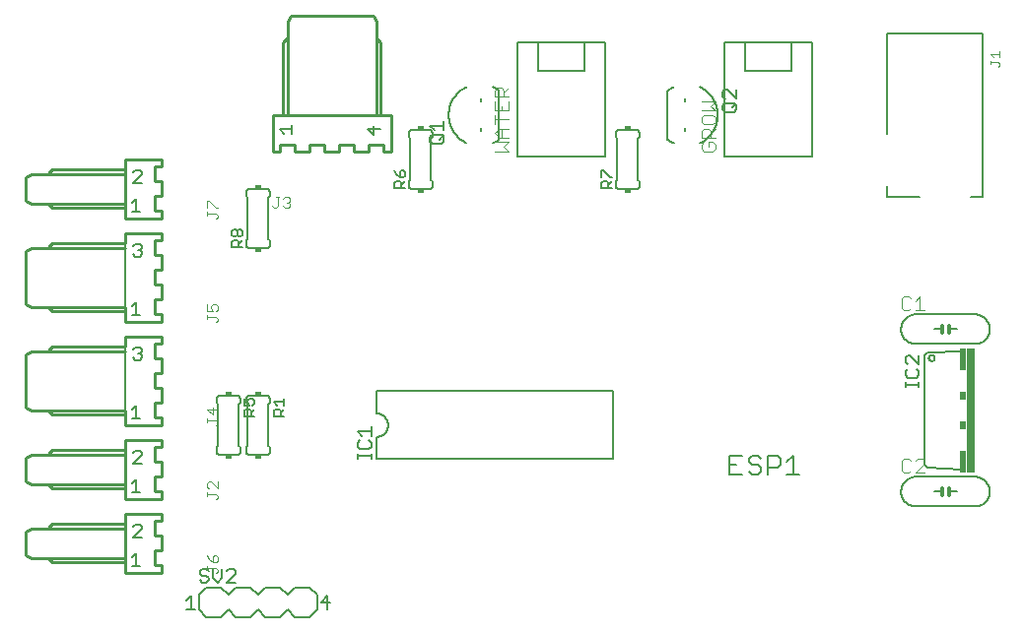
<source format=gbr>
G04 EAGLE Gerber RS-274X export*
G75*
%MOMM*%
%FSLAX34Y34*%
%LPD*%
%INSilkscreen Top*%
%IPPOS*%
%AMOC8*
5,1,8,0,0,1.08239X$1,22.5*%
G01*
%ADD10C,0.152400*%
%ADD11C,0.127000*%
%ADD12C,0.101600*%
%ADD13R,0.508000X0.381000*%
%ADD14R,0.762000X10.668000*%
%ADD15R,0.508000X1.905000*%
%ADD16R,0.508000X0.762000*%
%ADD17C,0.304800*%
%ADD18C,0.254000*%
%ADD19C,0.177800*%
%ADD20C,0.203200*%


D10*
X-231678Y-356348D02*
X-242524Y-356348D01*
X-242524Y-372618D01*
X-231678Y-372618D01*
X-237101Y-364483D02*
X-242524Y-364483D01*
X-218018Y-356348D02*
X-215306Y-359060D01*
X-218018Y-356348D02*
X-223441Y-356348D01*
X-226153Y-359060D01*
X-226153Y-361771D01*
X-223441Y-364483D01*
X-218018Y-364483D01*
X-215306Y-367195D01*
X-215306Y-369906D01*
X-218018Y-372618D01*
X-223441Y-372618D01*
X-226153Y-369906D01*
X-209781Y-372618D02*
X-209781Y-356348D01*
X-201646Y-356348D01*
X-198935Y-359060D01*
X-198935Y-364483D01*
X-201646Y-367195D01*
X-209781Y-367195D01*
X-193410Y-361771D02*
X-187986Y-356348D01*
X-187986Y-372618D01*
X-182563Y-372618D02*
X-193410Y-372618D01*
X-342900Y-300990D02*
X-546100Y-300990D01*
X-546100Y-359410D02*
X-342900Y-359410D01*
X-342900Y-300990D01*
X-546100Y-300990D02*
X-546100Y-320040D01*
X-546100Y-340360D02*
X-546100Y-359410D01*
X-546100Y-340360D02*
X-545853Y-340357D01*
X-545605Y-340348D01*
X-545358Y-340333D01*
X-545112Y-340312D01*
X-544866Y-340285D01*
X-544621Y-340252D01*
X-544376Y-340213D01*
X-544133Y-340168D01*
X-543891Y-340117D01*
X-543650Y-340060D01*
X-543411Y-339998D01*
X-543173Y-339929D01*
X-542937Y-339855D01*
X-542703Y-339775D01*
X-542471Y-339690D01*
X-542241Y-339598D01*
X-542013Y-339502D01*
X-541788Y-339399D01*
X-541565Y-339292D01*
X-541345Y-339178D01*
X-541128Y-339060D01*
X-540913Y-338936D01*
X-540702Y-338807D01*
X-540494Y-338673D01*
X-540289Y-338534D01*
X-540088Y-338390D01*
X-539890Y-338242D01*
X-539696Y-338088D01*
X-539506Y-337930D01*
X-539320Y-337767D01*
X-539138Y-337600D01*
X-538960Y-337428D01*
X-538786Y-337252D01*
X-538616Y-337072D01*
X-538451Y-336887D01*
X-538291Y-336699D01*
X-538135Y-336507D01*
X-537983Y-336311D01*
X-537837Y-336112D01*
X-537695Y-335909D01*
X-537559Y-335702D01*
X-537427Y-335493D01*
X-537301Y-335280D01*
X-537180Y-335064D01*
X-537064Y-334846D01*
X-536954Y-334624D01*
X-536849Y-334400D01*
X-536749Y-334174D01*
X-536655Y-333945D01*
X-536567Y-333714D01*
X-536484Y-333480D01*
X-536407Y-333245D01*
X-536336Y-333008D01*
X-536270Y-332770D01*
X-536211Y-332530D01*
X-536157Y-332288D01*
X-536109Y-332045D01*
X-536067Y-331802D01*
X-536031Y-331557D01*
X-536001Y-331311D01*
X-535977Y-331065D01*
X-535959Y-330818D01*
X-535947Y-330571D01*
X-535941Y-330324D01*
X-535941Y-330076D01*
X-535947Y-329829D01*
X-535959Y-329582D01*
X-535977Y-329335D01*
X-536001Y-329089D01*
X-536031Y-328843D01*
X-536067Y-328598D01*
X-536109Y-328355D01*
X-536157Y-328112D01*
X-536211Y-327870D01*
X-536270Y-327630D01*
X-536336Y-327392D01*
X-536407Y-327155D01*
X-536484Y-326920D01*
X-536567Y-326686D01*
X-536655Y-326455D01*
X-536749Y-326226D01*
X-536849Y-326000D01*
X-536954Y-325776D01*
X-537064Y-325554D01*
X-537180Y-325336D01*
X-537301Y-325120D01*
X-537427Y-324907D01*
X-537559Y-324698D01*
X-537695Y-324491D01*
X-537837Y-324288D01*
X-537983Y-324089D01*
X-538135Y-323893D01*
X-538291Y-323701D01*
X-538451Y-323513D01*
X-538616Y-323328D01*
X-538786Y-323148D01*
X-538960Y-322972D01*
X-539138Y-322800D01*
X-539320Y-322633D01*
X-539506Y-322470D01*
X-539696Y-322312D01*
X-539890Y-322158D01*
X-540088Y-322010D01*
X-540289Y-321866D01*
X-540494Y-321727D01*
X-540702Y-321593D01*
X-540913Y-321464D01*
X-541128Y-321340D01*
X-541345Y-321222D01*
X-541565Y-321108D01*
X-541788Y-321001D01*
X-542013Y-320898D01*
X-542241Y-320802D01*
X-542471Y-320710D01*
X-542703Y-320625D01*
X-542937Y-320545D01*
X-543173Y-320471D01*
X-543411Y-320402D01*
X-543650Y-320340D01*
X-543891Y-320283D01*
X-544133Y-320232D01*
X-544376Y-320187D01*
X-544621Y-320148D01*
X-544866Y-320115D01*
X-545112Y-320088D01*
X-545358Y-320067D01*
X-545605Y-320052D01*
X-545853Y-320043D01*
X-546100Y-320040D01*
D11*
X-550545Y-354962D02*
X-550545Y-358775D01*
X-550545Y-356868D02*
X-561985Y-356868D01*
X-561985Y-354962D02*
X-561985Y-358775D01*
X-561985Y-345259D02*
X-560078Y-343353D01*
X-561985Y-345259D02*
X-561985Y-349072D01*
X-560078Y-350979D01*
X-552452Y-350979D01*
X-550545Y-349072D01*
X-550545Y-345259D01*
X-552452Y-343353D01*
X-558172Y-339285D02*
X-561985Y-335472D01*
X-550545Y-335472D01*
X-550545Y-339285D02*
X-550545Y-331659D01*
X-25400Y-133350D02*
X-25400Y6350D01*
X-106680Y6350D01*
X-107150Y6400D02*
X-107150Y-79600D01*
X-107150Y6400D02*
X-106150Y6400D01*
X-107150Y-124600D02*
X-107150Y-133600D01*
X-79150Y-133600D01*
X-35150Y-133600D02*
X-25400Y-133600D01*
D12*
X-11981Y-22214D02*
X-10668Y-20900D01*
X-10668Y-19587D01*
X-11981Y-18273D01*
X-18549Y-18273D01*
X-18549Y-16960D02*
X-18549Y-19587D01*
X-15922Y-14028D02*
X-18549Y-11401D01*
X-10668Y-11401D01*
X-10668Y-14028D02*
X-10668Y-8774D01*
D10*
X-637540Y-307340D02*
X-637542Y-307240D01*
X-637548Y-307141D01*
X-637558Y-307041D01*
X-637571Y-306943D01*
X-637589Y-306844D01*
X-637610Y-306747D01*
X-637635Y-306651D01*
X-637664Y-306555D01*
X-637697Y-306461D01*
X-637733Y-306368D01*
X-637773Y-306277D01*
X-637817Y-306187D01*
X-637864Y-306099D01*
X-637914Y-306013D01*
X-637968Y-305929D01*
X-638025Y-305847D01*
X-638085Y-305768D01*
X-638149Y-305690D01*
X-638215Y-305616D01*
X-638284Y-305544D01*
X-638356Y-305475D01*
X-638430Y-305409D01*
X-638508Y-305345D01*
X-638587Y-305285D01*
X-638669Y-305228D01*
X-638753Y-305174D01*
X-638839Y-305124D01*
X-638927Y-305077D01*
X-639017Y-305033D01*
X-639108Y-304993D01*
X-639201Y-304957D01*
X-639295Y-304924D01*
X-639391Y-304895D01*
X-639487Y-304870D01*
X-639584Y-304849D01*
X-639683Y-304831D01*
X-639781Y-304818D01*
X-639881Y-304808D01*
X-639980Y-304802D01*
X-640080Y-304800D01*
X-655320Y-304800D02*
X-655420Y-304802D01*
X-655519Y-304808D01*
X-655619Y-304818D01*
X-655717Y-304831D01*
X-655816Y-304849D01*
X-655913Y-304870D01*
X-656009Y-304895D01*
X-656105Y-304924D01*
X-656199Y-304957D01*
X-656292Y-304993D01*
X-656383Y-305033D01*
X-656473Y-305077D01*
X-656561Y-305124D01*
X-656647Y-305174D01*
X-656731Y-305228D01*
X-656813Y-305285D01*
X-656892Y-305345D01*
X-656970Y-305409D01*
X-657044Y-305475D01*
X-657116Y-305544D01*
X-657185Y-305616D01*
X-657251Y-305690D01*
X-657315Y-305768D01*
X-657375Y-305847D01*
X-657432Y-305929D01*
X-657486Y-306013D01*
X-657536Y-306099D01*
X-657583Y-306187D01*
X-657627Y-306277D01*
X-657667Y-306368D01*
X-657703Y-306461D01*
X-657736Y-306555D01*
X-657765Y-306651D01*
X-657790Y-306747D01*
X-657811Y-306844D01*
X-657829Y-306943D01*
X-657842Y-307041D01*
X-657852Y-307141D01*
X-657858Y-307240D01*
X-657860Y-307340D01*
X-657860Y-353060D02*
X-657858Y-353160D01*
X-657852Y-353259D01*
X-657842Y-353359D01*
X-657829Y-353457D01*
X-657811Y-353556D01*
X-657790Y-353653D01*
X-657765Y-353749D01*
X-657736Y-353845D01*
X-657703Y-353939D01*
X-657667Y-354032D01*
X-657627Y-354123D01*
X-657583Y-354213D01*
X-657536Y-354301D01*
X-657486Y-354387D01*
X-657432Y-354471D01*
X-657375Y-354553D01*
X-657315Y-354632D01*
X-657251Y-354710D01*
X-657185Y-354784D01*
X-657116Y-354856D01*
X-657044Y-354925D01*
X-656970Y-354991D01*
X-656892Y-355055D01*
X-656813Y-355115D01*
X-656731Y-355172D01*
X-656647Y-355226D01*
X-656561Y-355276D01*
X-656473Y-355323D01*
X-656383Y-355367D01*
X-656292Y-355407D01*
X-656199Y-355443D01*
X-656105Y-355476D01*
X-656009Y-355505D01*
X-655913Y-355530D01*
X-655816Y-355551D01*
X-655717Y-355569D01*
X-655619Y-355582D01*
X-655519Y-355592D01*
X-655420Y-355598D01*
X-655320Y-355600D01*
X-640080Y-355600D02*
X-639980Y-355598D01*
X-639881Y-355592D01*
X-639781Y-355582D01*
X-639683Y-355569D01*
X-639584Y-355551D01*
X-639487Y-355530D01*
X-639391Y-355505D01*
X-639295Y-355476D01*
X-639201Y-355443D01*
X-639108Y-355407D01*
X-639017Y-355367D01*
X-638927Y-355323D01*
X-638839Y-355276D01*
X-638753Y-355226D01*
X-638669Y-355172D01*
X-638587Y-355115D01*
X-638508Y-355055D01*
X-638430Y-354991D01*
X-638356Y-354925D01*
X-638284Y-354856D01*
X-638215Y-354784D01*
X-638149Y-354710D01*
X-638085Y-354632D01*
X-638025Y-354553D01*
X-637968Y-354471D01*
X-637914Y-354387D01*
X-637864Y-354301D01*
X-637817Y-354213D01*
X-637773Y-354123D01*
X-637733Y-354032D01*
X-637697Y-353939D01*
X-637664Y-353845D01*
X-637635Y-353749D01*
X-637610Y-353653D01*
X-637589Y-353556D01*
X-637571Y-353457D01*
X-637558Y-353359D01*
X-637548Y-353259D01*
X-637542Y-353160D01*
X-637540Y-353060D01*
X-640080Y-304800D02*
X-655320Y-304800D01*
X-637540Y-307340D02*
X-637540Y-311150D01*
X-638810Y-312420D01*
X-657860Y-311150D02*
X-657860Y-307340D01*
X-657860Y-311150D02*
X-656590Y-312420D01*
X-638810Y-347980D02*
X-637540Y-349250D01*
X-638810Y-347980D02*
X-638810Y-312420D01*
X-656590Y-347980D02*
X-657860Y-349250D01*
X-656590Y-347980D02*
X-656590Y-312420D01*
X-637540Y-349250D02*
X-637540Y-353060D01*
X-657860Y-353060D02*
X-657860Y-349250D01*
X-655320Y-355600D02*
X-640080Y-355600D01*
D13*
X-647700Y-357505D03*
X-647700Y-302895D03*
D11*
X-634118Y-322408D02*
X-625475Y-322408D01*
X-634118Y-322408D02*
X-634118Y-318086D01*
X-632678Y-316645D01*
X-629797Y-316645D01*
X-628356Y-318086D01*
X-628356Y-322408D01*
X-628356Y-319527D02*
X-625475Y-316645D01*
X-631237Y-313286D02*
X-634118Y-310405D01*
X-625475Y-310405D01*
X-625475Y-313286D02*
X-625475Y-307524D01*
D10*
X-662940Y-307340D02*
X-662942Y-307240D01*
X-662948Y-307141D01*
X-662958Y-307041D01*
X-662971Y-306943D01*
X-662989Y-306844D01*
X-663010Y-306747D01*
X-663035Y-306651D01*
X-663064Y-306555D01*
X-663097Y-306461D01*
X-663133Y-306368D01*
X-663173Y-306277D01*
X-663217Y-306187D01*
X-663264Y-306099D01*
X-663314Y-306013D01*
X-663368Y-305929D01*
X-663425Y-305847D01*
X-663485Y-305768D01*
X-663549Y-305690D01*
X-663615Y-305616D01*
X-663684Y-305544D01*
X-663756Y-305475D01*
X-663830Y-305409D01*
X-663908Y-305345D01*
X-663987Y-305285D01*
X-664069Y-305228D01*
X-664153Y-305174D01*
X-664239Y-305124D01*
X-664327Y-305077D01*
X-664417Y-305033D01*
X-664508Y-304993D01*
X-664601Y-304957D01*
X-664695Y-304924D01*
X-664791Y-304895D01*
X-664887Y-304870D01*
X-664984Y-304849D01*
X-665083Y-304831D01*
X-665181Y-304818D01*
X-665281Y-304808D01*
X-665380Y-304802D01*
X-665480Y-304800D01*
X-680720Y-304800D02*
X-680820Y-304802D01*
X-680919Y-304808D01*
X-681019Y-304818D01*
X-681117Y-304831D01*
X-681216Y-304849D01*
X-681313Y-304870D01*
X-681409Y-304895D01*
X-681505Y-304924D01*
X-681599Y-304957D01*
X-681692Y-304993D01*
X-681783Y-305033D01*
X-681873Y-305077D01*
X-681961Y-305124D01*
X-682047Y-305174D01*
X-682131Y-305228D01*
X-682213Y-305285D01*
X-682292Y-305345D01*
X-682370Y-305409D01*
X-682444Y-305475D01*
X-682516Y-305544D01*
X-682585Y-305616D01*
X-682651Y-305690D01*
X-682715Y-305768D01*
X-682775Y-305847D01*
X-682832Y-305929D01*
X-682886Y-306013D01*
X-682936Y-306099D01*
X-682983Y-306187D01*
X-683027Y-306277D01*
X-683067Y-306368D01*
X-683103Y-306461D01*
X-683136Y-306555D01*
X-683165Y-306651D01*
X-683190Y-306747D01*
X-683211Y-306844D01*
X-683229Y-306943D01*
X-683242Y-307041D01*
X-683252Y-307141D01*
X-683258Y-307240D01*
X-683260Y-307340D01*
X-683260Y-353060D02*
X-683258Y-353160D01*
X-683252Y-353259D01*
X-683242Y-353359D01*
X-683229Y-353457D01*
X-683211Y-353556D01*
X-683190Y-353653D01*
X-683165Y-353749D01*
X-683136Y-353845D01*
X-683103Y-353939D01*
X-683067Y-354032D01*
X-683027Y-354123D01*
X-682983Y-354213D01*
X-682936Y-354301D01*
X-682886Y-354387D01*
X-682832Y-354471D01*
X-682775Y-354553D01*
X-682715Y-354632D01*
X-682651Y-354710D01*
X-682585Y-354784D01*
X-682516Y-354856D01*
X-682444Y-354925D01*
X-682370Y-354991D01*
X-682292Y-355055D01*
X-682213Y-355115D01*
X-682131Y-355172D01*
X-682047Y-355226D01*
X-681961Y-355276D01*
X-681873Y-355323D01*
X-681783Y-355367D01*
X-681692Y-355407D01*
X-681599Y-355443D01*
X-681505Y-355476D01*
X-681409Y-355505D01*
X-681313Y-355530D01*
X-681216Y-355551D01*
X-681117Y-355569D01*
X-681019Y-355582D01*
X-680919Y-355592D01*
X-680820Y-355598D01*
X-680720Y-355600D01*
X-665480Y-355600D02*
X-665380Y-355598D01*
X-665281Y-355592D01*
X-665181Y-355582D01*
X-665083Y-355569D01*
X-664984Y-355551D01*
X-664887Y-355530D01*
X-664791Y-355505D01*
X-664695Y-355476D01*
X-664601Y-355443D01*
X-664508Y-355407D01*
X-664417Y-355367D01*
X-664327Y-355323D01*
X-664239Y-355276D01*
X-664153Y-355226D01*
X-664069Y-355172D01*
X-663987Y-355115D01*
X-663908Y-355055D01*
X-663830Y-354991D01*
X-663756Y-354925D01*
X-663684Y-354856D01*
X-663615Y-354784D01*
X-663549Y-354710D01*
X-663485Y-354632D01*
X-663425Y-354553D01*
X-663368Y-354471D01*
X-663314Y-354387D01*
X-663264Y-354301D01*
X-663217Y-354213D01*
X-663173Y-354123D01*
X-663133Y-354032D01*
X-663097Y-353939D01*
X-663064Y-353845D01*
X-663035Y-353749D01*
X-663010Y-353653D01*
X-662989Y-353556D01*
X-662971Y-353457D01*
X-662958Y-353359D01*
X-662948Y-353259D01*
X-662942Y-353160D01*
X-662940Y-353060D01*
X-665480Y-304800D02*
X-680720Y-304800D01*
X-662940Y-307340D02*
X-662940Y-311150D01*
X-664210Y-312420D01*
X-683260Y-311150D02*
X-683260Y-307340D01*
X-683260Y-311150D02*
X-681990Y-312420D01*
X-664210Y-347980D02*
X-662940Y-349250D01*
X-664210Y-347980D02*
X-664210Y-312420D01*
X-681990Y-347980D02*
X-683260Y-349250D01*
X-681990Y-347980D02*
X-681990Y-312420D01*
X-662940Y-349250D02*
X-662940Y-353060D01*
X-683260Y-353060D02*
X-683260Y-349250D01*
X-680720Y-355600D02*
X-665480Y-355600D01*
D13*
X-673100Y-357505D03*
X-673100Y-302895D03*
D11*
X-659518Y-322408D02*
X-650875Y-322408D01*
X-659518Y-322408D02*
X-659518Y-318086D01*
X-658078Y-316645D01*
X-655197Y-316645D01*
X-653756Y-318086D01*
X-653756Y-322408D01*
X-653756Y-319527D02*
X-650875Y-316645D01*
X-659518Y-313286D02*
X-659518Y-307524D01*
X-659518Y-313286D02*
X-655197Y-313286D01*
X-656637Y-310405D01*
X-656637Y-308965D01*
X-655197Y-307524D01*
X-652316Y-307524D01*
X-650875Y-308965D01*
X-650875Y-311846D01*
X-652316Y-313286D01*
X-72390Y-367030D02*
X-43180Y-368300D01*
X-72390Y-367030D02*
X-74930Y-364490D01*
X-74930Y-270510D01*
X-72390Y-267970D01*
X-43180Y-266700D01*
X-71374Y-272542D02*
X-71372Y-272442D01*
X-71366Y-272341D01*
X-71356Y-272242D01*
X-71342Y-272142D01*
X-71325Y-272043D01*
X-71303Y-271945D01*
X-71277Y-271848D01*
X-71248Y-271752D01*
X-71215Y-271658D01*
X-71178Y-271564D01*
X-71138Y-271472D01*
X-71094Y-271382D01*
X-71046Y-271294D01*
X-70995Y-271207D01*
X-70941Y-271123D01*
X-70883Y-271041D01*
X-70822Y-270961D01*
X-70758Y-270884D01*
X-70691Y-270809D01*
X-70621Y-270737D01*
X-70548Y-270668D01*
X-70473Y-270602D01*
X-70395Y-270538D01*
X-70315Y-270478D01*
X-70232Y-270421D01*
X-70147Y-270368D01*
X-70060Y-270318D01*
X-69971Y-270271D01*
X-69881Y-270228D01*
X-69789Y-270188D01*
X-69695Y-270152D01*
X-69600Y-270120D01*
X-69504Y-270092D01*
X-69406Y-270067D01*
X-69308Y-270047D01*
X-69209Y-270030D01*
X-69109Y-270017D01*
X-69010Y-270008D01*
X-68909Y-270003D01*
X-68809Y-270002D01*
X-68709Y-270005D01*
X-68608Y-270012D01*
X-68509Y-270023D01*
X-68409Y-270038D01*
X-68311Y-270056D01*
X-68213Y-270079D01*
X-68116Y-270106D01*
X-68021Y-270136D01*
X-67926Y-270170D01*
X-67833Y-270208D01*
X-67742Y-270249D01*
X-67652Y-270294D01*
X-67564Y-270342D01*
X-67478Y-270394D01*
X-67394Y-270449D01*
X-67313Y-270508D01*
X-67234Y-270570D01*
X-67157Y-270634D01*
X-67083Y-270702D01*
X-67012Y-270773D01*
X-66943Y-270846D01*
X-66878Y-270922D01*
X-66815Y-271001D01*
X-66756Y-271082D01*
X-66700Y-271165D01*
X-66647Y-271250D01*
X-66598Y-271338D01*
X-66552Y-271427D01*
X-66510Y-271518D01*
X-66471Y-271611D01*
X-66436Y-271705D01*
X-66405Y-271800D01*
X-66377Y-271897D01*
X-66354Y-271994D01*
X-66334Y-272093D01*
X-66318Y-272192D01*
X-66306Y-272291D01*
X-66298Y-272392D01*
X-66294Y-272492D01*
X-66294Y-272592D01*
X-66298Y-272692D01*
X-66306Y-272793D01*
X-66318Y-272892D01*
X-66334Y-272991D01*
X-66354Y-273090D01*
X-66377Y-273187D01*
X-66405Y-273284D01*
X-66436Y-273379D01*
X-66471Y-273473D01*
X-66510Y-273566D01*
X-66552Y-273657D01*
X-66598Y-273746D01*
X-66647Y-273834D01*
X-66700Y-273919D01*
X-66756Y-274002D01*
X-66815Y-274083D01*
X-66878Y-274162D01*
X-66943Y-274238D01*
X-67012Y-274311D01*
X-67083Y-274382D01*
X-67157Y-274450D01*
X-67234Y-274514D01*
X-67313Y-274576D01*
X-67394Y-274635D01*
X-67478Y-274690D01*
X-67564Y-274742D01*
X-67652Y-274790D01*
X-67742Y-274835D01*
X-67833Y-274876D01*
X-67926Y-274914D01*
X-68021Y-274948D01*
X-68116Y-274978D01*
X-68213Y-275005D01*
X-68311Y-275028D01*
X-68409Y-275046D01*
X-68509Y-275061D01*
X-68608Y-275072D01*
X-68709Y-275079D01*
X-68809Y-275082D01*
X-68909Y-275081D01*
X-69010Y-275076D01*
X-69109Y-275067D01*
X-69209Y-275054D01*
X-69308Y-275037D01*
X-69406Y-275017D01*
X-69504Y-274992D01*
X-69600Y-274964D01*
X-69695Y-274932D01*
X-69789Y-274896D01*
X-69881Y-274856D01*
X-69971Y-274813D01*
X-70060Y-274766D01*
X-70147Y-274716D01*
X-70232Y-274663D01*
X-70315Y-274606D01*
X-70395Y-274546D01*
X-70473Y-274482D01*
X-70548Y-274416D01*
X-70621Y-274347D01*
X-70691Y-274275D01*
X-70758Y-274200D01*
X-70822Y-274123D01*
X-70883Y-274043D01*
X-70941Y-273961D01*
X-70995Y-273877D01*
X-71046Y-273790D01*
X-71094Y-273702D01*
X-71138Y-273612D01*
X-71178Y-273520D01*
X-71215Y-273426D01*
X-71248Y-273332D01*
X-71277Y-273236D01*
X-71303Y-273139D01*
X-71325Y-273041D01*
X-71342Y-272942D01*
X-71356Y-272842D01*
X-71366Y-272743D01*
X-71372Y-272642D01*
X-71374Y-272542D01*
D14*
X-35560Y-317500D03*
D15*
X-41910Y-273685D03*
D16*
X-41910Y-304800D03*
X-41910Y-330200D03*
D15*
X-41910Y-361315D03*
D11*
X-80137Y-297249D02*
X-80137Y-293436D01*
X-80137Y-295342D02*
X-91577Y-295342D01*
X-91577Y-293436D02*
X-91577Y-297249D01*
X-91577Y-283733D02*
X-89670Y-281827D01*
X-91577Y-283733D02*
X-91577Y-287546D01*
X-89670Y-289453D01*
X-82044Y-289453D01*
X-80137Y-287546D01*
X-80137Y-283733D01*
X-82044Y-281827D01*
X-80137Y-277759D02*
X-80137Y-270133D01*
X-80137Y-277759D02*
X-87764Y-270133D01*
X-89670Y-270133D01*
X-91577Y-272039D01*
X-91577Y-275852D01*
X-89670Y-277759D01*
X-82550Y-234950D02*
X-31750Y-234950D01*
X-31750Y-260350D02*
X-82550Y-260350D01*
X-82859Y-260346D01*
X-83168Y-260335D01*
X-83477Y-260316D01*
X-83785Y-260290D01*
X-84093Y-260256D01*
X-84399Y-260215D01*
X-84705Y-260166D01*
X-85009Y-260110D01*
X-85311Y-260046D01*
X-85612Y-259975D01*
X-85912Y-259897D01*
X-86209Y-259812D01*
X-86504Y-259719D01*
X-86797Y-259619D01*
X-87087Y-259512D01*
X-87374Y-259398D01*
X-87659Y-259277D01*
X-87941Y-259149D01*
X-88219Y-259015D01*
X-88494Y-258873D01*
X-88766Y-258725D01*
X-89033Y-258570D01*
X-89297Y-258409D01*
X-89557Y-258242D01*
X-89813Y-258068D01*
X-90065Y-257888D01*
X-90312Y-257702D01*
X-90554Y-257510D01*
X-90792Y-257312D01*
X-91025Y-257109D01*
X-91253Y-256899D01*
X-91475Y-256685D01*
X-91693Y-256465D01*
X-91905Y-256239D01*
X-92111Y-256009D01*
X-92312Y-255774D01*
X-92507Y-255534D01*
X-92696Y-255289D01*
X-92879Y-255040D01*
X-93056Y-254786D01*
X-93226Y-254528D01*
X-93391Y-254266D01*
X-93549Y-254000D01*
X-93700Y-253730D01*
X-93845Y-253457D01*
X-93983Y-253180D01*
X-94114Y-252900D01*
X-94238Y-252617D01*
X-94356Y-252331D01*
X-94466Y-252042D01*
X-94570Y-251751D01*
X-94666Y-251457D01*
X-94755Y-251161D01*
X-94837Y-250862D01*
X-94912Y-250562D01*
X-94979Y-250260D01*
X-95039Y-249957D01*
X-95091Y-249652D01*
X-95136Y-249346D01*
X-95174Y-249039D01*
X-95204Y-248731D01*
X-95226Y-248423D01*
X-95242Y-248114D01*
X-95249Y-247805D01*
X-95249Y-247495D01*
X-95242Y-247186D01*
X-95226Y-246877D01*
X-95204Y-246569D01*
X-95174Y-246261D01*
X-95136Y-245954D01*
X-95091Y-245648D01*
X-95039Y-245343D01*
X-94979Y-245040D01*
X-94912Y-244738D01*
X-94837Y-244438D01*
X-94755Y-244139D01*
X-94666Y-243843D01*
X-94570Y-243549D01*
X-94466Y-243258D01*
X-94356Y-242969D01*
X-94238Y-242683D01*
X-94114Y-242400D01*
X-93983Y-242120D01*
X-93845Y-241843D01*
X-93700Y-241570D01*
X-93549Y-241300D01*
X-93391Y-241034D01*
X-93226Y-240772D01*
X-93056Y-240514D01*
X-92879Y-240260D01*
X-92696Y-240011D01*
X-92507Y-239766D01*
X-92312Y-239526D01*
X-92111Y-239291D01*
X-91905Y-239061D01*
X-91693Y-238835D01*
X-91475Y-238615D01*
X-91253Y-238401D01*
X-91025Y-238191D01*
X-90792Y-237988D01*
X-90554Y-237790D01*
X-90312Y-237598D01*
X-90065Y-237412D01*
X-89813Y-237232D01*
X-89557Y-237058D01*
X-89297Y-236891D01*
X-89033Y-236730D01*
X-88766Y-236575D01*
X-88494Y-236427D01*
X-88219Y-236285D01*
X-87941Y-236151D01*
X-87659Y-236023D01*
X-87374Y-235902D01*
X-87087Y-235788D01*
X-86797Y-235681D01*
X-86504Y-235581D01*
X-86209Y-235488D01*
X-85912Y-235403D01*
X-85612Y-235325D01*
X-85311Y-235254D01*
X-85009Y-235190D01*
X-84705Y-235134D01*
X-84399Y-235085D01*
X-84093Y-235044D01*
X-83785Y-235010D01*
X-83477Y-234984D01*
X-83168Y-234965D01*
X-82859Y-234954D01*
X-82550Y-234950D01*
X-31750Y-234950D02*
X-31441Y-234954D01*
X-31132Y-234965D01*
X-30823Y-234984D01*
X-30515Y-235010D01*
X-30207Y-235044D01*
X-29901Y-235085D01*
X-29595Y-235134D01*
X-29291Y-235190D01*
X-28989Y-235254D01*
X-28688Y-235325D01*
X-28388Y-235403D01*
X-28091Y-235488D01*
X-27796Y-235581D01*
X-27503Y-235681D01*
X-27213Y-235788D01*
X-26926Y-235902D01*
X-26641Y-236023D01*
X-26359Y-236151D01*
X-26081Y-236285D01*
X-25806Y-236427D01*
X-25534Y-236575D01*
X-25267Y-236730D01*
X-25003Y-236891D01*
X-24743Y-237058D01*
X-24487Y-237232D01*
X-24235Y-237412D01*
X-23988Y-237598D01*
X-23746Y-237790D01*
X-23508Y-237988D01*
X-23275Y-238191D01*
X-23047Y-238401D01*
X-22825Y-238615D01*
X-22607Y-238835D01*
X-22395Y-239061D01*
X-22189Y-239291D01*
X-21988Y-239526D01*
X-21793Y-239766D01*
X-21604Y-240011D01*
X-21421Y-240260D01*
X-21244Y-240514D01*
X-21074Y-240772D01*
X-20909Y-241034D01*
X-20751Y-241300D01*
X-20600Y-241570D01*
X-20455Y-241843D01*
X-20317Y-242120D01*
X-20186Y-242400D01*
X-20062Y-242683D01*
X-19944Y-242969D01*
X-19834Y-243258D01*
X-19730Y-243549D01*
X-19634Y-243843D01*
X-19545Y-244139D01*
X-19463Y-244438D01*
X-19388Y-244738D01*
X-19321Y-245040D01*
X-19261Y-245343D01*
X-19209Y-245648D01*
X-19164Y-245954D01*
X-19126Y-246261D01*
X-19096Y-246569D01*
X-19074Y-246877D01*
X-19058Y-247186D01*
X-19051Y-247495D01*
X-19051Y-247805D01*
X-19058Y-248114D01*
X-19074Y-248423D01*
X-19096Y-248731D01*
X-19126Y-249039D01*
X-19164Y-249346D01*
X-19209Y-249652D01*
X-19261Y-249957D01*
X-19321Y-250260D01*
X-19388Y-250562D01*
X-19463Y-250862D01*
X-19545Y-251161D01*
X-19634Y-251457D01*
X-19730Y-251751D01*
X-19834Y-252042D01*
X-19944Y-252331D01*
X-20062Y-252617D01*
X-20186Y-252900D01*
X-20317Y-253180D01*
X-20455Y-253457D01*
X-20600Y-253730D01*
X-20751Y-254000D01*
X-20909Y-254266D01*
X-21074Y-254528D01*
X-21244Y-254786D01*
X-21421Y-255040D01*
X-21604Y-255289D01*
X-21793Y-255534D01*
X-21988Y-255774D01*
X-22189Y-256009D01*
X-22395Y-256239D01*
X-22607Y-256465D01*
X-22825Y-256685D01*
X-23047Y-256899D01*
X-23275Y-257109D01*
X-23508Y-257312D01*
X-23746Y-257510D01*
X-23988Y-257702D01*
X-24235Y-257888D01*
X-24487Y-258068D01*
X-24743Y-258242D01*
X-25003Y-258409D01*
X-25267Y-258570D01*
X-25534Y-258725D01*
X-25806Y-258873D01*
X-26081Y-259015D01*
X-26359Y-259149D01*
X-26641Y-259277D01*
X-26926Y-259398D01*
X-27213Y-259512D01*
X-27503Y-259619D01*
X-27796Y-259719D01*
X-28091Y-259812D01*
X-28388Y-259897D01*
X-28688Y-259975D01*
X-28989Y-260046D01*
X-29291Y-260110D01*
X-29595Y-260166D01*
X-29901Y-260215D01*
X-30207Y-260256D01*
X-30515Y-260290D01*
X-30823Y-260316D01*
X-31132Y-260335D01*
X-31441Y-260346D01*
X-31750Y-260350D01*
D17*
X-60325Y-247650D02*
X-60325Y-244475D01*
X-60325Y-247650D02*
X-60325Y-250825D01*
X-53975Y-250825D02*
X-53975Y-247650D01*
X-53975Y-244475D01*
D11*
X-60325Y-247650D02*
X-66675Y-247650D01*
X-53975Y-247650D02*
X-47625Y-247650D01*
D12*
X-86946Y-221522D02*
X-88895Y-219573D01*
X-92793Y-219573D01*
X-94742Y-221522D01*
X-94742Y-229318D01*
X-92793Y-231267D01*
X-88895Y-231267D01*
X-86946Y-229318D01*
X-83048Y-223471D02*
X-79150Y-219573D01*
X-79150Y-231267D01*
X-83048Y-231267D02*
X-75252Y-231267D01*
D11*
X-82550Y-374650D02*
X-31750Y-374650D01*
X-31750Y-400050D02*
X-82550Y-400050D01*
X-82859Y-400046D01*
X-83168Y-400035D01*
X-83477Y-400016D01*
X-83785Y-399990D01*
X-84093Y-399956D01*
X-84399Y-399915D01*
X-84705Y-399866D01*
X-85009Y-399810D01*
X-85311Y-399746D01*
X-85612Y-399675D01*
X-85912Y-399597D01*
X-86209Y-399512D01*
X-86504Y-399419D01*
X-86797Y-399319D01*
X-87087Y-399212D01*
X-87374Y-399098D01*
X-87659Y-398977D01*
X-87941Y-398849D01*
X-88219Y-398715D01*
X-88494Y-398573D01*
X-88766Y-398425D01*
X-89033Y-398270D01*
X-89297Y-398109D01*
X-89557Y-397942D01*
X-89813Y-397768D01*
X-90065Y-397588D01*
X-90312Y-397402D01*
X-90554Y-397210D01*
X-90792Y-397012D01*
X-91025Y-396809D01*
X-91253Y-396599D01*
X-91475Y-396385D01*
X-91693Y-396165D01*
X-91905Y-395939D01*
X-92111Y-395709D01*
X-92312Y-395474D01*
X-92507Y-395234D01*
X-92696Y-394989D01*
X-92879Y-394740D01*
X-93056Y-394486D01*
X-93226Y-394228D01*
X-93391Y-393966D01*
X-93549Y-393700D01*
X-93700Y-393430D01*
X-93845Y-393157D01*
X-93983Y-392880D01*
X-94114Y-392600D01*
X-94238Y-392317D01*
X-94356Y-392031D01*
X-94466Y-391742D01*
X-94570Y-391451D01*
X-94666Y-391157D01*
X-94755Y-390861D01*
X-94837Y-390562D01*
X-94912Y-390262D01*
X-94979Y-389960D01*
X-95039Y-389657D01*
X-95091Y-389352D01*
X-95136Y-389046D01*
X-95174Y-388739D01*
X-95204Y-388431D01*
X-95226Y-388123D01*
X-95242Y-387814D01*
X-95249Y-387505D01*
X-95249Y-387195D01*
X-95242Y-386886D01*
X-95226Y-386577D01*
X-95204Y-386269D01*
X-95174Y-385961D01*
X-95136Y-385654D01*
X-95091Y-385348D01*
X-95039Y-385043D01*
X-94979Y-384740D01*
X-94912Y-384438D01*
X-94837Y-384138D01*
X-94755Y-383839D01*
X-94666Y-383543D01*
X-94570Y-383249D01*
X-94466Y-382958D01*
X-94356Y-382669D01*
X-94238Y-382383D01*
X-94114Y-382100D01*
X-93983Y-381820D01*
X-93845Y-381543D01*
X-93700Y-381270D01*
X-93549Y-381000D01*
X-93391Y-380734D01*
X-93226Y-380472D01*
X-93056Y-380214D01*
X-92879Y-379960D01*
X-92696Y-379711D01*
X-92507Y-379466D01*
X-92312Y-379226D01*
X-92111Y-378991D01*
X-91905Y-378761D01*
X-91693Y-378535D01*
X-91475Y-378315D01*
X-91253Y-378101D01*
X-91025Y-377891D01*
X-90792Y-377688D01*
X-90554Y-377490D01*
X-90312Y-377298D01*
X-90065Y-377112D01*
X-89813Y-376932D01*
X-89557Y-376758D01*
X-89297Y-376591D01*
X-89033Y-376430D01*
X-88766Y-376275D01*
X-88494Y-376127D01*
X-88219Y-375985D01*
X-87941Y-375851D01*
X-87659Y-375723D01*
X-87374Y-375602D01*
X-87087Y-375488D01*
X-86797Y-375381D01*
X-86504Y-375281D01*
X-86209Y-375188D01*
X-85912Y-375103D01*
X-85612Y-375025D01*
X-85311Y-374954D01*
X-85009Y-374890D01*
X-84705Y-374834D01*
X-84399Y-374785D01*
X-84093Y-374744D01*
X-83785Y-374710D01*
X-83477Y-374684D01*
X-83168Y-374665D01*
X-82859Y-374654D01*
X-82550Y-374650D01*
X-31750Y-374650D02*
X-31441Y-374654D01*
X-31132Y-374665D01*
X-30823Y-374684D01*
X-30515Y-374710D01*
X-30207Y-374744D01*
X-29901Y-374785D01*
X-29595Y-374834D01*
X-29291Y-374890D01*
X-28989Y-374954D01*
X-28688Y-375025D01*
X-28388Y-375103D01*
X-28091Y-375188D01*
X-27796Y-375281D01*
X-27503Y-375381D01*
X-27213Y-375488D01*
X-26926Y-375602D01*
X-26641Y-375723D01*
X-26359Y-375851D01*
X-26081Y-375985D01*
X-25806Y-376127D01*
X-25534Y-376275D01*
X-25267Y-376430D01*
X-25003Y-376591D01*
X-24743Y-376758D01*
X-24487Y-376932D01*
X-24235Y-377112D01*
X-23988Y-377298D01*
X-23746Y-377490D01*
X-23508Y-377688D01*
X-23275Y-377891D01*
X-23047Y-378101D01*
X-22825Y-378315D01*
X-22607Y-378535D01*
X-22395Y-378761D01*
X-22189Y-378991D01*
X-21988Y-379226D01*
X-21793Y-379466D01*
X-21604Y-379711D01*
X-21421Y-379960D01*
X-21244Y-380214D01*
X-21074Y-380472D01*
X-20909Y-380734D01*
X-20751Y-381000D01*
X-20600Y-381270D01*
X-20455Y-381543D01*
X-20317Y-381820D01*
X-20186Y-382100D01*
X-20062Y-382383D01*
X-19944Y-382669D01*
X-19834Y-382958D01*
X-19730Y-383249D01*
X-19634Y-383543D01*
X-19545Y-383839D01*
X-19463Y-384138D01*
X-19388Y-384438D01*
X-19321Y-384740D01*
X-19261Y-385043D01*
X-19209Y-385348D01*
X-19164Y-385654D01*
X-19126Y-385961D01*
X-19096Y-386269D01*
X-19074Y-386577D01*
X-19058Y-386886D01*
X-19051Y-387195D01*
X-19051Y-387505D01*
X-19058Y-387814D01*
X-19074Y-388123D01*
X-19096Y-388431D01*
X-19126Y-388739D01*
X-19164Y-389046D01*
X-19209Y-389352D01*
X-19261Y-389657D01*
X-19321Y-389960D01*
X-19388Y-390262D01*
X-19463Y-390562D01*
X-19545Y-390861D01*
X-19634Y-391157D01*
X-19730Y-391451D01*
X-19834Y-391742D01*
X-19944Y-392031D01*
X-20062Y-392317D01*
X-20186Y-392600D01*
X-20317Y-392880D01*
X-20455Y-393157D01*
X-20600Y-393430D01*
X-20751Y-393700D01*
X-20909Y-393966D01*
X-21074Y-394228D01*
X-21244Y-394486D01*
X-21421Y-394740D01*
X-21604Y-394989D01*
X-21793Y-395234D01*
X-21988Y-395474D01*
X-22189Y-395709D01*
X-22395Y-395939D01*
X-22607Y-396165D01*
X-22825Y-396385D01*
X-23047Y-396599D01*
X-23275Y-396809D01*
X-23508Y-397012D01*
X-23746Y-397210D01*
X-23988Y-397402D01*
X-24235Y-397588D01*
X-24487Y-397768D01*
X-24743Y-397942D01*
X-25003Y-398109D01*
X-25267Y-398270D01*
X-25534Y-398425D01*
X-25806Y-398573D01*
X-26081Y-398715D01*
X-26359Y-398849D01*
X-26641Y-398977D01*
X-26926Y-399098D01*
X-27213Y-399212D01*
X-27503Y-399319D01*
X-27796Y-399419D01*
X-28091Y-399512D01*
X-28388Y-399597D01*
X-28688Y-399675D01*
X-28989Y-399746D01*
X-29291Y-399810D01*
X-29595Y-399866D01*
X-29901Y-399915D01*
X-30207Y-399956D01*
X-30515Y-399990D01*
X-30823Y-400016D01*
X-31132Y-400035D01*
X-31441Y-400046D01*
X-31750Y-400050D01*
D17*
X-60325Y-387350D02*
X-60325Y-384175D01*
X-60325Y-387350D02*
X-60325Y-390525D01*
X-53975Y-390525D02*
X-53975Y-387350D01*
X-53975Y-384175D01*
D11*
X-60325Y-387350D02*
X-66675Y-387350D01*
X-53975Y-387350D02*
X-47625Y-387350D01*
D12*
X-86946Y-361222D02*
X-88895Y-359273D01*
X-92793Y-359273D01*
X-94742Y-361222D01*
X-94742Y-369018D01*
X-92793Y-370967D01*
X-88895Y-370967D01*
X-86946Y-369018D01*
X-83048Y-370967D02*
X-75252Y-370967D01*
X-83048Y-370967D02*
X-75252Y-363171D01*
X-75252Y-361222D01*
X-77201Y-359273D01*
X-81099Y-359273D01*
X-83048Y-361222D01*
D18*
X-635000Y-95250D02*
X-635000Y-63500D01*
X-635000Y-95250D02*
X-628650Y-95250D01*
X-628650Y-88900D01*
X-615950Y-88900D01*
X-615950Y-95250D01*
X-603250Y-95250D01*
X-603250Y-88900D01*
X-590550Y-88900D01*
X-590550Y-95250D01*
X-577850Y-95250D01*
X-577850Y-88900D01*
X-565150Y-88900D01*
X-565150Y-95250D01*
X-552450Y-95250D01*
X-552450Y-88900D01*
X-539750Y-88900D01*
X-539750Y-95250D01*
X-533400Y-95250D01*
X-533400Y-63500D01*
X-542290Y-63500D01*
X-622300Y-63500D01*
X-635000Y-63500D01*
X-622300Y-63500D02*
X-622300Y16510D01*
X-619760Y21590D01*
X-583692Y21590D01*
X-546100Y16510D02*
X-546100Y-63500D01*
X-546100Y16510D02*
X-548640Y21590D01*
X-584708Y21590D01*
X-542290Y-1270D02*
X-542290Y-63500D01*
X-542290Y-1270D02*
X-545592Y2286D01*
X-626110Y-1270D02*
X-626110Y-63500D01*
X-626110Y-1270D02*
X-622808Y2286D01*
D19*
X-629279Y-75746D02*
X-625636Y-79390D01*
X-629279Y-75746D02*
X-618348Y-75746D01*
X-618348Y-79390D02*
X-618348Y-72102D01*
X-553587Y-75194D02*
X-542656Y-75194D01*
X-548122Y-80660D02*
X-553587Y-75194D01*
X-548122Y-73372D02*
X-548122Y-80660D01*
D12*
X-633968Y-143271D02*
X-635493Y-141746D01*
X-633968Y-143271D02*
X-632442Y-143271D01*
X-630917Y-141746D01*
X-630917Y-134119D01*
X-632442Y-134119D02*
X-629392Y-134119D01*
X-626138Y-135645D02*
X-624613Y-134119D01*
X-621562Y-134119D01*
X-620037Y-135645D01*
X-620037Y-137170D01*
X-621562Y-138695D01*
X-623087Y-138695D01*
X-621562Y-138695D02*
X-620037Y-140220D01*
X-620037Y-141746D01*
X-621562Y-143271D01*
X-624613Y-143271D01*
X-626138Y-141746D01*
D18*
X-730250Y-330200D02*
X-762000Y-330200D01*
X-730250Y-330200D02*
X-730250Y-323850D01*
X-736600Y-323850D01*
X-736600Y-311150D01*
X-730250Y-311150D01*
X-730250Y-298450D01*
X-736600Y-298450D01*
X-736600Y-285750D01*
X-730250Y-285750D01*
X-730250Y-273050D01*
X-736600Y-273050D01*
X-736600Y-260350D01*
X-730250Y-260350D01*
X-730250Y-254000D01*
X-762000Y-254000D01*
X-762000Y-262890D01*
D11*
X-762000Y-317500D01*
D18*
X-762000Y-330200D01*
X-762000Y-317500D02*
X-842010Y-317500D01*
X-847090Y-314960D01*
X-847090Y-278892D01*
X-842010Y-266700D02*
X-762000Y-266700D01*
X-842010Y-266700D02*
X-847090Y-269240D01*
X-847090Y-279908D01*
X-824230Y-262890D02*
X-762000Y-262890D01*
X-824230Y-262890D02*
X-827786Y-266192D01*
X-824230Y-321310D02*
X-762000Y-321310D01*
X-824230Y-321310D02*
X-827786Y-318008D01*
D19*
X-756026Y-317182D02*
X-752382Y-313539D01*
X-752382Y-324470D01*
X-756026Y-324470D02*
X-748738Y-324470D01*
X-754756Y-265069D02*
X-752934Y-263247D01*
X-749290Y-263247D01*
X-747468Y-265069D01*
X-747468Y-266890D01*
X-749290Y-268712D01*
X-751112Y-268712D01*
X-749290Y-268712D02*
X-747468Y-270534D01*
X-747468Y-272356D01*
X-749290Y-274178D01*
X-752934Y-274178D01*
X-754756Y-272356D01*
D12*
X-683754Y-330693D02*
X-682229Y-329168D01*
X-682229Y-327642D01*
X-683754Y-326117D01*
X-691381Y-326117D01*
X-691381Y-327642D02*
X-691381Y-324592D01*
X-691381Y-316762D02*
X-682229Y-316762D01*
X-686805Y-321338D02*
X-691381Y-316762D01*
X-686805Y-315237D02*
X-686805Y-321338D01*
D18*
X-730250Y-241300D02*
X-762000Y-241300D01*
X-730250Y-241300D02*
X-730250Y-234950D01*
X-736600Y-234950D01*
X-736600Y-222250D01*
X-730250Y-222250D01*
X-730250Y-209550D01*
X-736600Y-209550D01*
X-736600Y-196850D01*
X-730250Y-196850D01*
X-730250Y-184150D01*
X-736600Y-184150D01*
X-736600Y-171450D01*
X-730250Y-171450D01*
X-730250Y-165100D01*
X-762000Y-165100D01*
X-762000Y-173990D01*
D11*
X-762000Y-228600D01*
D18*
X-762000Y-241300D01*
X-762000Y-228600D02*
X-842010Y-228600D01*
X-847090Y-226060D01*
X-847090Y-189992D01*
X-842010Y-177800D02*
X-762000Y-177800D01*
X-842010Y-177800D02*
X-847090Y-180340D01*
X-847090Y-191008D01*
X-824230Y-173990D02*
X-762000Y-173990D01*
X-824230Y-173990D02*
X-827786Y-177292D01*
X-824230Y-232410D02*
X-762000Y-232410D01*
X-824230Y-232410D02*
X-827786Y-229108D01*
D19*
X-756026Y-228282D02*
X-752382Y-224639D01*
X-752382Y-235570D01*
X-756026Y-235570D02*
X-748738Y-235570D01*
X-754756Y-176169D02*
X-752934Y-174347D01*
X-749290Y-174347D01*
X-747468Y-176169D01*
X-747468Y-177990D01*
X-749290Y-179812D01*
X-751112Y-179812D01*
X-749290Y-179812D02*
X-747468Y-181634D01*
X-747468Y-183456D01*
X-749290Y-185278D01*
X-752934Y-185278D01*
X-754756Y-183456D01*
D12*
X-683754Y-241793D02*
X-682229Y-240268D01*
X-682229Y-238742D01*
X-683754Y-237217D01*
X-691381Y-237217D01*
X-691381Y-238742D02*
X-691381Y-235692D01*
X-691381Y-232438D02*
X-691381Y-226337D01*
X-691381Y-232438D02*
X-686805Y-232438D01*
X-688330Y-229387D01*
X-688330Y-227862D01*
X-686805Y-226337D01*
X-683754Y-226337D01*
X-682229Y-227862D01*
X-682229Y-230913D01*
X-683754Y-232438D01*
D11*
X-440690Y-84450D02*
X-440690Y-42550D01*
X-468559Y-39370D02*
X-469143Y-39653D01*
X-469719Y-39951D01*
X-470288Y-40262D01*
X-470849Y-40587D01*
X-471402Y-40926D01*
X-471947Y-41278D01*
X-472483Y-41643D01*
X-473010Y-42021D01*
X-473527Y-42412D01*
X-474035Y-42815D01*
X-474533Y-43231D01*
X-475021Y-43658D01*
X-475498Y-44097D01*
X-475965Y-44548D01*
X-476420Y-45010D01*
X-476864Y-45483D01*
X-477296Y-45966D01*
X-477717Y-46460D01*
X-478125Y-46964D01*
X-478521Y-47478D01*
X-478904Y-48001D01*
X-479275Y-48533D01*
X-479632Y-49075D01*
X-479976Y-49624D01*
X-480307Y-50182D01*
X-480624Y-50748D01*
X-480927Y-51321D01*
X-481216Y-51902D01*
X-481491Y-52489D01*
X-481752Y-53083D01*
X-481998Y-53683D01*
X-482229Y-54289D01*
X-482446Y-54901D01*
X-482647Y-55517D01*
X-482834Y-56138D01*
X-483005Y-56764D01*
X-483161Y-57393D01*
X-483302Y-58026D01*
X-483428Y-58663D01*
X-483537Y-59302D01*
X-483632Y-59943D01*
X-483710Y-60587D01*
X-483773Y-61233D01*
X-483821Y-61880D01*
X-483852Y-62527D01*
X-483868Y-63176D01*
X-483868Y-63824D01*
X-483852Y-64473D01*
X-483821Y-65120D01*
X-483773Y-65767D01*
X-483710Y-66413D01*
X-483632Y-67057D01*
X-483537Y-67698D01*
X-483428Y-68337D01*
X-483302Y-68974D01*
X-483161Y-69607D01*
X-483005Y-70236D01*
X-482834Y-70862D01*
X-482647Y-71483D01*
X-482446Y-72099D01*
X-482229Y-72711D01*
X-481998Y-73317D01*
X-481752Y-73917D01*
X-481491Y-74511D01*
X-481216Y-75098D01*
X-480927Y-75679D01*
X-480624Y-76252D01*
X-480307Y-76818D01*
X-479976Y-77376D01*
X-479632Y-77925D01*
X-479275Y-78467D01*
X-478904Y-78999D01*
X-478521Y-79522D01*
X-478125Y-80036D01*
X-477717Y-80540D01*
X-477296Y-81034D01*
X-476864Y-81517D01*
X-476420Y-81990D01*
X-475965Y-82452D01*
X-475498Y-82903D01*
X-475021Y-83342D01*
X-474533Y-83769D01*
X-474035Y-84185D01*
X-473527Y-84588D01*
X-473010Y-84979D01*
X-472483Y-85357D01*
X-471947Y-85722D01*
X-471402Y-86074D01*
X-470849Y-86413D01*
X-470288Y-86738D01*
X-469719Y-87049D01*
X-469143Y-87347D01*
X-468559Y-87630D01*
X-445841Y-87635D02*
X-445295Y-87370D01*
X-444755Y-87093D01*
X-444222Y-86804D01*
X-443695Y-86502D01*
X-443175Y-86189D01*
X-442662Y-85864D01*
X-442157Y-85527D01*
X-441660Y-85179D01*
X-441171Y-84820D01*
X-440690Y-84450D01*
X-455930Y-77540D02*
X-455930Y-74860D01*
X-455930Y-52140D02*
X-455930Y-49460D01*
X-446082Y-39253D02*
X-445509Y-39524D01*
X-444943Y-39809D01*
X-444384Y-40106D01*
X-443832Y-40417D01*
X-443288Y-40742D01*
X-442752Y-41078D01*
X-442223Y-41428D01*
X-441703Y-41790D01*
X-441192Y-42164D01*
X-440690Y-42550D01*
X-490222Y-88265D02*
X-497848Y-88265D01*
X-499755Y-86358D01*
X-499755Y-82545D01*
X-497848Y-80639D01*
X-490222Y-80639D01*
X-488315Y-82545D01*
X-488315Y-86358D01*
X-490222Y-88265D01*
X-492128Y-84452D02*
X-488315Y-80639D01*
X-495942Y-76571D02*
X-499755Y-72758D01*
X-488315Y-72758D01*
X-488315Y-76571D02*
X-488315Y-68945D01*
X-295910Y-84450D02*
X-295910Y-42550D01*
X-268041Y-39370D02*
X-267457Y-39653D01*
X-266881Y-39951D01*
X-266312Y-40262D01*
X-265751Y-40587D01*
X-265198Y-40926D01*
X-264653Y-41278D01*
X-264117Y-41643D01*
X-263590Y-42021D01*
X-263073Y-42412D01*
X-262565Y-42815D01*
X-262067Y-43231D01*
X-261579Y-43658D01*
X-261102Y-44097D01*
X-260635Y-44548D01*
X-260180Y-45010D01*
X-259736Y-45483D01*
X-259304Y-45966D01*
X-258883Y-46460D01*
X-258475Y-46964D01*
X-258079Y-47478D01*
X-257696Y-48001D01*
X-257325Y-48533D01*
X-256968Y-49075D01*
X-256624Y-49624D01*
X-256293Y-50182D01*
X-255976Y-50748D01*
X-255673Y-51321D01*
X-255384Y-51902D01*
X-255109Y-52489D01*
X-254848Y-53083D01*
X-254602Y-53683D01*
X-254371Y-54289D01*
X-254154Y-54901D01*
X-253953Y-55517D01*
X-253766Y-56138D01*
X-253595Y-56764D01*
X-253439Y-57393D01*
X-253298Y-58026D01*
X-253172Y-58663D01*
X-253063Y-59302D01*
X-252968Y-59943D01*
X-252890Y-60587D01*
X-252827Y-61233D01*
X-252779Y-61880D01*
X-252748Y-62527D01*
X-252732Y-63176D01*
X-252732Y-63824D01*
X-252748Y-64473D01*
X-252779Y-65120D01*
X-252827Y-65767D01*
X-252890Y-66413D01*
X-252968Y-67057D01*
X-253063Y-67698D01*
X-253172Y-68337D01*
X-253298Y-68974D01*
X-253439Y-69607D01*
X-253595Y-70236D01*
X-253766Y-70862D01*
X-253953Y-71483D01*
X-254154Y-72099D01*
X-254371Y-72711D01*
X-254602Y-73317D01*
X-254848Y-73917D01*
X-255109Y-74511D01*
X-255384Y-75098D01*
X-255673Y-75679D01*
X-255976Y-76252D01*
X-256293Y-76818D01*
X-256624Y-77376D01*
X-256968Y-77925D01*
X-257325Y-78467D01*
X-257696Y-78999D01*
X-258079Y-79522D01*
X-258475Y-80036D01*
X-258883Y-80540D01*
X-259304Y-81034D01*
X-259736Y-81517D01*
X-260180Y-81990D01*
X-260635Y-82452D01*
X-261102Y-82903D01*
X-261579Y-83342D01*
X-262067Y-83769D01*
X-262565Y-84185D01*
X-263073Y-84588D01*
X-263590Y-84979D01*
X-264117Y-85357D01*
X-264653Y-85722D01*
X-265198Y-86074D01*
X-265751Y-86413D01*
X-266312Y-86738D01*
X-266881Y-87049D01*
X-267457Y-87347D01*
X-268041Y-87630D01*
X-295910Y-42550D02*
X-295429Y-42180D01*
X-294940Y-41821D01*
X-294443Y-41473D01*
X-293938Y-41136D01*
X-293425Y-40811D01*
X-292905Y-40498D01*
X-292378Y-40196D01*
X-291845Y-39907D01*
X-291305Y-39630D01*
X-290759Y-39365D01*
X-280670Y-49460D02*
X-280670Y-52140D01*
X-280670Y-74860D02*
X-280670Y-77540D01*
X-290518Y-87747D02*
X-291091Y-87476D01*
X-291657Y-87191D01*
X-292216Y-86894D01*
X-292768Y-86583D01*
X-293312Y-86258D01*
X-293848Y-85922D01*
X-294377Y-85572D01*
X-294897Y-85210D01*
X-295408Y-84836D01*
X-295910Y-84450D01*
X-246388Y-60853D02*
X-238762Y-60853D01*
X-246388Y-60853D02*
X-248295Y-58946D01*
X-248295Y-55133D01*
X-246388Y-53226D01*
X-238762Y-53226D01*
X-236855Y-55133D01*
X-236855Y-58946D01*
X-238762Y-60853D01*
X-240668Y-57040D02*
X-236855Y-53226D01*
X-236855Y-49159D02*
X-236855Y-41533D01*
X-236855Y-49159D02*
X-244482Y-41533D01*
X-246388Y-41533D01*
X-248295Y-43439D01*
X-248295Y-47252D01*
X-246388Y-49159D01*
D10*
X-515620Y-127000D02*
X-515720Y-126998D01*
X-515819Y-126992D01*
X-515919Y-126982D01*
X-516017Y-126969D01*
X-516116Y-126951D01*
X-516213Y-126930D01*
X-516309Y-126905D01*
X-516405Y-126876D01*
X-516499Y-126843D01*
X-516592Y-126807D01*
X-516683Y-126767D01*
X-516773Y-126723D01*
X-516861Y-126676D01*
X-516947Y-126626D01*
X-517031Y-126572D01*
X-517113Y-126515D01*
X-517192Y-126455D01*
X-517270Y-126391D01*
X-517344Y-126325D01*
X-517416Y-126256D01*
X-517485Y-126184D01*
X-517551Y-126110D01*
X-517615Y-126032D01*
X-517675Y-125953D01*
X-517732Y-125871D01*
X-517786Y-125787D01*
X-517836Y-125701D01*
X-517883Y-125613D01*
X-517927Y-125523D01*
X-517967Y-125432D01*
X-518003Y-125339D01*
X-518036Y-125245D01*
X-518065Y-125149D01*
X-518090Y-125053D01*
X-518111Y-124956D01*
X-518129Y-124857D01*
X-518142Y-124759D01*
X-518152Y-124659D01*
X-518158Y-124560D01*
X-518160Y-124460D01*
X-500380Y-127000D02*
X-500280Y-126998D01*
X-500181Y-126992D01*
X-500081Y-126982D01*
X-499983Y-126969D01*
X-499884Y-126951D01*
X-499787Y-126930D01*
X-499691Y-126905D01*
X-499595Y-126876D01*
X-499501Y-126843D01*
X-499408Y-126807D01*
X-499317Y-126767D01*
X-499227Y-126723D01*
X-499139Y-126676D01*
X-499053Y-126626D01*
X-498969Y-126572D01*
X-498887Y-126515D01*
X-498808Y-126455D01*
X-498730Y-126391D01*
X-498656Y-126325D01*
X-498584Y-126256D01*
X-498515Y-126184D01*
X-498449Y-126110D01*
X-498385Y-126032D01*
X-498325Y-125953D01*
X-498268Y-125871D01*
X-498214Y-125787D01*
X-498164Y-125701D01*
X-498117Y-125613D01*
X-498073Y-125523D01*
X-498033Y-125432D01*
X-497997Y-125339D01*
X-497964Y-125245D01*
X-497935Y-125149D01*
X-497910Y-125053D01*
X-497889Y-124956D01*
X-497871Y-124857D01*
X-497858Y-124759D01*
X-497848Y-124659D01*
X-497842Y-124560D01*
X-497840Y-124460D01*
X-497840Y-78740D02*
X-497842Y-78640D01*
X-497848Y-78541D01*
X-497858Y-78441D01*
X-497871Y-78343D01*
X-497889Y-78244D01*
X-497910Y-78147D01*
X-497935Y-78051D01*
X-497964Y-77955D01*
X-497997Y-77861D01*
X-498033Y-77768D01*
X-498073Y-77677D01*
X-498117Y-77587D01*
X-498164Y-77499D01*
X-498214Y-77413D01*
X-498268Y-77329D01*
X-498325Y-77247D01*
X-498385Y-77168D01*
X-498449Y-77090D01*
X-498515Y-77016D01*
X-498584Y-76944D01*
X-498656Y-76875D01*
X-498730Y-76809D01*
X-498808Y-76745D01*
X-498887Y-76685D01*
X-498969Y-76628D01*
X-499053Y-76574D01*
X-499139Y-76524D01*
X-499227Y-76477D01*
X-499317Y-76433D01*
X-499408Y-76393D01*
X-499501Y-76357D01*
X-499595Y-76324D01*
X-499691Y-76295D01*
X-499787Y-76270D01*
X-499884Y-76249D01*
X-499983Y-76231D01*
X-500081Y-76218D01*
X-500181Y-76208D01*
X-500280Y-76202D01*
X-500380Y-76200D01*
X-515620Y-76200D02*
X-515720Y-76202D01*
X-515819Y-76208D01*
X-515919Y-76218D01*
X-516017Y-76231D01*
X-516116Y-76249D01*
X-516213Y-76270D01*
X-516309Y-76295D01*
X-516405Y-76324D01*
X-516499Y-76357D01*
X-516592Y-76393D01*
X-516683Y-76433D01*
X-516773Y-76477D01*
X-516861Y-76524D01*
X-516947Y-76574D01*
X-517031Y-76628D01*
X-517113Y-76685D01*
X-517192Y-76745D01*
X-517270Y-76809D01*
X-517344Y-76875D01*
X-517416Y-76944D01*
X-517485Y-77016D01*
X-517551Y-77090D01*
X-517615Y-77168D01*
X-517675Y-77247D01*
X-517732Y-77329D01*
X-517786Y-77413D01*
X-517836Y-77499D01*
X-517883Y-77587D01*
X-517927Y-77677D01*
X-517967Y-77768D01*
X-518003Y-77861D01*
X-518036Y-77955D01*
X-518065Y-78051D01*
X-518090Y-78147D01*
X-518111Y-78244D01*
X-518129Y-78343D01*
X-518142Y-78441D01*
X-518152Y-78541D01*
X-518158Y-78640D01*
X-518160Y-78740D01*
X-515620Y-127000D02*
X-500380Y-127000D01*
X-518160Y-124460D02*
X-518160Y-120650D01*
X-516890Y-119380D01*
X-497840Y-120650D02*
X-497840Y-124460D01*
X-497840Y-120650D02*
X-499110Y-119380D01*
X-516890Y-83820D02*
X-518160Y-82550D01*
X-516890Y-83820D02*
X-516890Y-119380D01*
X-499110Y-83820D02*
X-497840Y-82550D01*
X-499110Y-83820D02*
X-499110Y-119380D01*
X-518160Y-82550D02*
X-518160Y-78740D01*
X-497840Y-78740D02*
X-497840Y-82550D01*
X-500380Y-76200D02*
X-515620Y-76200D01*
D13*
X-508000Y-74295D03*
X-508000Y-128905D03*
D11*
X-521589Y-126365D02*
X-530232Y-126365D01*
X-530232Y-122043D01*
X-528792Y-120603D01*
X-525911Y-120603D01*
X-524470Y-122043D01*
X-524470Y-126365D01*
X-524470Y-123484D02*
X-521589Y-120603D01*
X-528792Y-114363D02*
X-530232Y-111481D01*
X-528792Y-114363D02*
X-525911Y-117244D01*
X-523030Y-117244D01*
X-521589Y-115803D01*
X-521589Y-112922D01*
X-523030Y-111481D01*
X-524470Y-111481D01*
X-525911Y-112922D01*
X-525911Y-117244D01*
D10*
X-340360Y-124460D02*
X-340358Y-124560D01*
X-340352Y-124659D01*
X-340342Y-124759D01*
X-340329Y-124857D01*
X-340311Y-124956D01*
X-340290Y-125053D01*
X-340265Y-125149D01*
X-340236Y-125245D01*
X-340203Y-125339D01*
X-340167Y-125432D01*
X-340127Y-125523D01*
X-340083Y-125613D01*
X-340036Y-125701D01*
X-339986Y-125787D01*
X-339932Y-125871D01*
X-339875Y-125953D01*
X-339815Y-126032D01*
X-339751Y-126110D01*
X-339685Y-126184D01*
X-339616Y-126256D01*
X-339544Y-126325D01*
X-339470Y-126391D01*
X-339392Y-126455D01*
X-339313Y-126515D01*
X-339231Y-126572D01*
X-339147Y-126626D01*
X-339061Y-126676D01*
X-338973Y-126723D01*
X-338883Y-126767D01*
X-338792Y-126807D01*
X-338699Y-126843D01*
X-338605Y-126876D01*
X-338509Y-126905D01*
X-338413Y-126930D01*
X-338316Y-126951D01*
X-338217Y-126969D01*
X-338119Y-126982D01*
X-338019Y-126992D01*
X-337920Y-126998D01*
X-337820Y-127000D01*
X-322580Y-127000D02*
X-322480Y-126998D01*
X-322381Y-126992D01*
X-322281Y-126982D01*
X-322183Y-126969D01*
X-322084Y-126951D01*
X-321987Y-126930D01*
X-321891Y-126905D01*
X-321795Y-126876D01*
X-321701Y-126843D01*
X-321608Y-126807D01*
X-321517Y-126767D01*
X-321427Y-126723D01*
X-321339Y-126676D01*
X-321253Y-126626D01*
X-321169Y-126572D01*
X-321087Y-126515D01*
X-321008Y-126455D01*
X-320930Y-126391D01*
X-320856Y-126325D01*
X-320784Y-126256D01*
X-320715Y-126184D01*
X-320649Y-126110D01*
X-320585Y-126032D01*
X-320525Y-125953D01*
X-320468Y-125871D01*
X-320414Y-125787D01*
X-320364Y-125701D01*
X-320317Y-125613D01*
X-320273Y-125523D01*
X-320233Y-125432D01*
X-320197Y-125339D01*
X-320164Y-125245D01*
X-320135Y-125149D01*
X-320110Y-125053D01*
X-320089Y-124956D01*
X-320071Y-124857D01*
X-320058Y-124759D01*
X-320048Y-124659D01*
X-320042Y-124560D01*
X-320040Y-124460D01*
X-320040Y-78740D02*
X-320042Y-78640D01*
X-320048Y-78541D01*
X-320058Y-78441D01*
X-320071Y-78343D01*
X-320089Y-78244D01*
X-320110Y-78147D01*
X-320135Y-78051D01*
X-320164Y-77955D01*
X-320197Y-77861D01*
X-320233Y-77768D01*
X-320273Y-77677D01*
X-320317Y-77587D01*
X-320364Y-77499D01*
X-320414Y-77413D01*
X-320468Y-77329D01*
X-320525Y-77247D01*
X-320585Y-77168D01*
X-320649Y-77090D01*
X-320715Y-77016D01*
X-320784Y-76944D01*
X-320856Y-76875D01*
X-320930Y-76809D01*
X-321008Y-76745D01*
X-321087Y-76685D01*
X-321169Y-76628D01*
X-321253Y-76574D01*
X-321339Y-76524D01*
X-321427Y-76477D01*
X-321517Y-76433D01*
X-321608Y-76393D01*
X-321701Y-76357D01*
X-321795Y-76324D01*
X-321891Y-76295D01*
X-321987Y-76270D01*
X-322084Y-76249D01*
X-322183Y-76231D01*
X-322281Y-76218D01*
X-322381Y-76208D01*
X-322480Y-76202D01*
X-322580Y-76200D01*
X-337820Y-76200D02*
X-337920Y-76202D01*
X-338019Y-76208D01*
X-338119Y-76218D01*
X-338217Y-76231D01*
X-338316Y-76249D01*
X-338413Y-76270D01*
X-338509Y-76295D01*
X-338605Y-76324D01*
X-338699Y-76357D01*
X-338792Y-76393D01*
X-338883Y-76433D01*
X-338973Y-76477D01*
X-339061Y-76524D01*
X-339147Y-76574D01*
X-339231Y-76628D01*
X-339313Y-76685D01*
X-339392Y-76745D01*
X-339470Y-76809D01*
X-339544Y-76875D01*
X-339616Y-76944D01*
X-339685Y-77016D01*
X-339751Y-77090D01*
X-339815Y-77168D01*
X-339875Y-77247D01*
X-339932Y-77329D01*
X-339986Y-77413D01*
X-340036Y-77499D01*
X-340083Y-77587D01*
X-340127Y-77677D01*
X-340167Y-77768D01*
X-340203Y-77861D01*
X-340236Y-77955D01*
X-340265Y-78051D01*
X-340290Y-78147D01*
X-340311Y-78244D01*
X-340329Y-78343D01*
X-340342Y-78441D01*
X-340352Y-78541D01*
X-340358Y-78640D01*
X-340360Y-78740D01*
X-337820Y-127000D02*
X-322580Y-127000D01*
X-340360Y-124460D02*
X-340360Y-120650D01*
X-339090Y-119380D01*
X-320040Y-120650D02*
X-320040Y-124460D01*
X-320040Y-120650D02*
X-321310Y-119380D01*
X-339090Y-83820D02*
X-340360Y-82550D01*
X-339090Y-83820D02*
X-339090Y-119380D01*
X-321310Y-83820D02*
X-320040Y-82550D01*
X-321310Y-83820D02*
X-321310Y-119380D01*
X-340360Y-82550D02*
X-340360Y-78740D01*
X-320040Y-78740D02*
X-320040Y-82550D01*
X-322580Y-76200D02*
X-337820Y-76200D01*
D13*
X-330200Y-74295D03*
X-330200Y-128905D03*
D11*
X-343789Y-126365D02*
X-352432Y-126365D01*
X-352432Y-122043D01*
X-350992Y-120603D01*
X-348111Y-120603D01*
X-346670Y-122043D01*
X-346670Y-126365D01*
X-346670Y-123484D02*
X-343789Y-120603D01*
X-352432Y-117244D02*
X-352432Y-111481D01*
X-350992Y-111481D01*
X-345230Y-117244D01*
X-343789Y-117244D01*
D20*
X-349250Y-1300D02*
X-367250Y-1300D01*
X-407200Y-1300D01*
X-425200Y-1300D01*
X-425200Y-99050D01*
X-349250Y-99050D01*
X-349250Y-1300D01*
X-367250Y-25550D02*
X-407200Y-25550D01*
X-367250Y-25550D02*
X-367250Y-1300D01*
X-407200Y-1300D02*
X-407200Y-25550D01*
D12*
X-432658Y-94742D02*
X-444352Y-94742D01*
X-436556Y-90844D02*
X-432658Y-94742D01*
X-436556Y-90844D02*
X-432658Y-86946D01*
X-444352Y-86946D01*
X-440454Y-83048D02*
X-432658Y-83048D01*
X-440454Y-83048D02*
X-444352Y-79150D01*
X-440454Y-75252D01*
X-432658Y-75252D01*
X-438505Y-75252D02*
X-438505Y-83048D01*
X-432658Y-67456D02*
X-444352Y-67456D01*
X-444352Y-71354D02*
X-444352Y-63558D01*
X-444352Y-59660D02*
X-444352Y-51864D01*
X-444352Y-59660D02*
X-432658Y-59660D01*
X-432658Y-51864D01*
X-438505Y-55762D02*
X-438505Y-59660D01*
X-432658Y-47966D02*
X-444352Y-47966D01*
X-444352Y-42119D01*
X-442403Y-40170D01*
X-438505Y-40170D01*
X-436556Y-42119D01*
X-436556Y-47966D01*
X-436556Y-44068D02*
X-432658Y-40170D01*
D20*
X-189450Y-1300D02*
X-171450Y-1300D01*
X-189450Y-1300D02*
X-229400Y-1300D01*
X-247400Y-1300D01*
X-247400Y-99050D01*
X-171450Y-99050D01*
X-171450Y-1300D01*
X-189450Y-25550D02*
X-229400Y-25550D01*
X-189450Y-25550D02*
X-189450Y-1300D01*
X-229400Y-1300D02*
X-229400Y-25550D01*
D12*
X-264603Y-86946D02*
X-266552Y-88895D01*
X-266552Y-92793D01*
X-264603Y-94742D01*
X-256807Y-94742D01*
X-254858Y-92793D01*
X-254858Y-88895D01*
X-256807Y-86946D01*
X-260705Y-86946D01*
X-260705Y-90844D01*
X-254858Y-83048D02*
X-266552Y-83048D01*
X-266552Y-77201D01*
X-264603Y-75252D01*
X-260705Y-75252D01*
X-258756Y-77201D01*
X-258756Y-83048D01*
X-258756Y-79150D02*
X-254858Y-75252D01*
X-266552Y-69405D02*
X-266552Y-65507D01*
X-266552Y-69405D02*
X-264603Y-71354D01*
X-256807Y-71354D01*
X-254858Y-69405D01*
X-254858Y-65507D01*
X-256807Y-63558D01*
X-264603Y-63558D01*
X-266552Y-65507D01*
X-266552Y-59660D02*
X-254858Y-59660D01*
X-258756Y-55762D01*
X-254858Y-51864D01*
X-266552Y-51864D01*
D10*
X-655320Y-177800D02*
X-655420Y-177798D01*
X-655519Y-177792D01*
X-655619Y-177782D01*
X-655717Y-177769D01*
X-655816Y-177751D01*
X-655913Y-177730D01*
X-656009Y-177705D01*
X-656105Y-177676D01*
X-656199Y-177643D01*
X-656292Y-177607D01*
X-656383Y-177567D01*
X-656473Y-177523D01*
X-656561Y-177476D01*
X-656647Y-177426D01*
X-656731Y-177372D01*
X-656813Y-177315D01*
X-656892Y-177255D01*
X-656970Y-177191D01*
X-657044Y-177125D01*
X-657116Y-177056D01*
X-657185Y-176984D01*
X-657251Y-176910D01*
X-657315Y-176832D01*
X-657375Y-176753D01*
X-657432Y-176671D01*
X-657486Y-176587D01*
X-657536Y-176501D01*
X-657583Y-176413D01*
X-657627Y-176323D01*
X-657667Y-176232D01*
X-657703Y-176139D01*
X-657736Y-176045D01*
X-657765Y-175949D01*
X-657790Y-175853D01*
X-657811Y-175756D01*
X-657829Y-175657D01*
X-657842Y-175559D01*
X-657852Y-175459D01*
X-657858Y-175360D01*
X-657860Y-175260D01*
X-640080Y-177800D02*
X-639980Y-177798D01*
X-639881Y-177792D01*
X-639781Y-177782D01*
X-639683Y-177769D01*
X-639584Y-177751D01*
X-639487Y-177730D01*
X-639391Y-177705D01*
X-639295Y-177676D01*
X-639201Y-177643D01*
X-639108Y-177607D01*
X-639017Y-177567D01*
X-638927Y-177523D01*
X-638839Y-177476D01*
X-638753Y-177426D01*
X-638669Y-177372D01*
X-638587Y-177315D01*
X-638508Y-177255D01*
X-638430Y-177191D01*
X-638356Y-177125D01*
X-638284Y-177056D01*
X-638215Y-176984D01*
X-638149Y-176910D01*
X-638085Y-176832D01*
X-638025Y-176753D01*
X-637968Y-176671D01*
X-637914Y-176587D01*
X-637864Y-176501D01*
X-637817Y-176413D01*
X-637773Y-176323D01*
X-637733Y-176232D01*
X-637697Y-176139D01*
X-637664Y-176045D01*
X-637635Y-175949D01*
X-637610Y-175853D01*
X-637589Y-175756D01*
X-637571Y-175657D01*
X-637558Y-175559D01*
X-637548Y-175459D01*
X-637542Y-175360D01*
X-637540Y-175260D01*
X-637540Y-129540D02*
X-637542Y-129440D01*
X-637548Y-129341D01*
X-637558Y-129241D01*
X-637571Y-129143D01*
X-637589Y-129044D01*
X-637610Y-128947D01*
X-637635Y-128851D01*
X-637664Y-128755D01*
X-637697Y-128661D01*
X-637733Y-128568D01*
X-637773Y-128477D01*
X-637817Y-128387D01*
X-637864Y-128299D01*
X-637914Y-128213D01*
X-637968Y-128129D01*
X-638025Y-128047D01*
X-638085Y-127968D01*
X-638149Y-127890D01*
X-638215Y-127816D01*
X-638284Y-127744D01*
X-638356Y-127675D01*
X-638430Y-127609D01*
X-638508Y-127545D01*
X-638587Y-127485D01*
X-638669Y-127428D01*
X-638753Y-127374D01*
X-638839Y-127324D01*
X-638927Y-127277D01*
X-639017Y-127233D01*
X-639108Y-127193D01*
X-639201Y-127157D01*
X-639295Y-127124D01*
X-639391Y-127095D01*
X-639487Y-127070D01*
X-639584Y-127049D01*
X-639683Y-127031D01*
X-639781Y-127018D01*
X-639881Y-127008D01*
X-639980Y-127002D01*
X-640080Y-127000D01*
X-655320Y-127000D02*
X-655420Y-127002D01*
X-655519Y-127008D01*
X-655619Y-127018D01*
X-655717Y-127031D01*
X-655816Y-127049D01*
X-655913Y-127070D01*
X-656009Y-127095D01*
X-656105Y-127124D01*
X-656199Y-127157D01*
X-656292Y-127193D01*
X-656383Y-127233D01*
X-656473Y-127277D01*
X-656561Y-127324D01*
X-656647Y-127374D01*
X-656731Y-127428D01*
X-656813Y-127485D01*
X-656892Y-127545D01*
X-656970Y-127609D01*
X-657044Y-127675D01*
X-657116Y-127744D01*
X-657185Y-127816D01*
X-657251Y-127890D01*
X-657315Y-127968D01*
X-657375Y-128047D01*
X-657432Y-128129D01*
X-657486Y-128213D01*
X-657536Y-128299D01*
X-657583Y-128387D01*
X-657627Y-128477D01*
X-657667Y-128568D01*
X-657703Y-128661D01*
X-657736Y-128755D01*
X-657765Y-128851D01*
X-657790Y-128947D01*
X-657811Y-129044D01*
X-657829Y-129143D01*
X-657842Y-129241D01*
X-657852Y-129341D01*
X-657858Y-129440D01*
X-657860Y-129540D01*
X-655320Y-177800D02*
X-640080Y-177800D01*
X-657860Y-175260D02*
X-657860Y-171450D01*
X-656590Y-170180D01*
X-637540Y-171450D02*
X-637540Y-175260D01*
X-637540Y-171450D02*
X-638810Y-170180D01*
X-656590Y-134620D02*
X-657860Y-133350D01*
X-656590Y-134620D02*
X-656590Y-170180D01*
X-638810Y-134620D02*
X-637540Y-133350D01*
X-638810Y-134620D02*
X-638810Y-170180D01*
X-657860Y-133350D02*
X-657860Y-129540D01*
X-637540Y-129540D02*
X-637540Y-133350D01*
X-640080Y-127000D02*
X-655320Y-127000D01*
D13*
X-647700Y-125095D03*
X-647700Y-179705D03*
D11*
X-661289Y-177165D02*
X-669932Y-177165D01*
X-669932Y-172843D01*
X-668492Y-171403D01*
X-665611Y-171403D01*
X-664170Y-172843D01*
X-664170Y-177165D01*
X-664170Y-174284D02*
X-661289Y-171403D01*
X-668492Y-168044D02*
X-669932Y-166603D01*
X-669932Y-163722D01*
X-668492Y-162281D01*
X-667051Y-162281D01*
X-665611Y-163722D01*
X-664170Y-162281D01*
X-662730Y-162281D01*
X-661289Y-163722D01*
X-661289Y-166603D01*
X-662730Y-168044D01*
X-664170Y-168044D01*
X-665611Y-166603D01*
X-667051Y-168044D01*
X-668492Y-168044D01*
X-665611Y-166603D02*
X-665611Y-163722D01*
D10*
X-679450Y-469900D02*
X-692150Y-469900D01*
X-679450Y-469900D02*
X-673100Y-476250D01*
X-673100Y-488950D02*
X-679450Y-495300D01*
X-673100Y-476250D02*
X-666750Y-469900D01*
X-654050Y-469900D01*
X-647700Y-476250D01*
X-647700Y-488950D02*
X-654050Y-495300D01*
X-666750Y-495300D01*
X-673100Y-488950D01*
X-698500Y-488950D02*
X-698500Y-476250D01*
X-692150Y-469900D01*
X-698500Y-488950D02*
X-692150Y-495300D01*
X-679450Y-495300D01*
X-647700Y-476250D02*
X-641350Y-469900D01*
X-628650Y-469900D01*
X-622300Y-476250D01*
X-622300Y-488950D02*
X-628650Y-495300D01*
X-641350Y-495300D01*
X-647700Y-488950D01*
X-615950Y-469900D02*
X-603250Y-469900D01*
X-596900Y-476250D01*
X-596900Y-488950D01*
X-603250Y-495300D01*
X-622300Y-476250D02*
X-615950Y-469900D01*
X-622300Y-488950D02*
X-615950Y-495300D01*
X-603250Y-495300D01*
D11*
X-705482Y-476875D02*
X-709295Y-480689D01*
X-705482Y-476875D02*
X-705482Y-488315D01*
X-709295Y-488315D02*
X-701669Y-488315D01*
X-588005Y-488315D02*
X-588005Y-476875D01*
X-593725Y-482595D01*
X-586099Y-482595D01*
X-690239Y-455922D02*
X-692145Y-454015D01*
X-695958Y-454015D01*
X-697865Y-455922D01*
X-697865Y-457829D01*
X-695958Y-459735D01*
X-692145Y-459735D01*
X-690239Y-461642D01*
X-690239Y-463548D01*
X-692145Y-465455D01*
X-695958Y-465455D01*
X-697865Y-463548D01*
X-686171Y-461642D02*
X-686171Y-454015D01*
X-686171Y-461642D02*
X-682358Y-465455D01*
X-678545Y-461642D01*
X-678545Y-454015D01*
X-674477Y-465455D02*
X-666851Y-465455D01*
X-674477Y-465455D02*
X-666851Y-457829D01*
X-666851Y-455922D01*
X-668757Y-454015D01*
X-672570Y-454015D01*
X-674477Y-455922D01*
D18*
X-730250Y-393700D02*
X-762000Y-393700D01*
X-730250Y-393700D02*
X-730250Y-387350D01*
X-736600Y-387350D01*
X-736600Y-374650D01*
X-730250Y-374650D01*
X-730250Y-361950D01*
X-736600Y-361950D01*
X-736600Y-349250D01*
X-730250Y-349250D01*
X-730250Y-342900D01*
X-762000Y-342900D01*
X-762000Y-351790D01*
X-762000Y-381000D01*
X-762000Y-393700D01*
X-762000Y-381000D02*
X-842010Y-381000D01*
X-847090Y-378460D01*
X-847090Y-367792D01*
X-842010Y-355600D02*
X-762000Y-355600D01*
X-842010Y-355600D02*
X-847090Y-358140D01*
X-847090Y-367792D01*
X-847090Y-368808D01*
X-824230Y-351790D02*
X-762000Y-351790D01*
X-824230Y-351790D02*
X-827786Y-355092D01*
X-824230Y-384810D02*
X-762000Y-384810D01*
X-824230Y-384810D02*
X-827786Y-381508D01*
D19*
X-756026Y-380682D02*
X-752382Y-377039D01*
X-752382Y-387970D01*
X-756026Y-387970D02*
X-748738Y-387970D01*
X-747468Y-363078D02*
X-754756Y-363078D01*
X-747468Y-355790D01*
X-747468Y-353969D01*
X-749290Y-352147D01*
X-752934Y-352147D01*
X-754756Y-353969D01*
D12*
X-683754Y-394193D02*
X-682229Y-392668D01*
X-682229Y-391142D01*
X-683754Y-389617D01*
X-691381Y-389617D01*
X-691381Y-391142D02*
X-691381Y-388092D01*
X-682229Y-384838D02*
X-682229Y-378737D01*
X-682229Y-384838D02*
X-688330Y-378737D01*
X-689856Y-378737D01*
X-691381Y-380262D01*
X-691381Y-383313D01*
X-689856Y-384838D01*
D18*
X-730250Y-457200D02*
X-762000Y-457200D01*
X-730250Y-457200D02*
X-730250Y-450850D01*
X-736600Y-450850D01*
X-736600Y-438150D01*
X-730250Y-438150D01*
X-730250Y-425450D01*
X-736600Y-425450D01*
X-736600Y-412750D01*
X-730250Y-412750D01*
X-730250Y-406400D01*
X-762000Y-406400D01*
X-762000Y-415290D01*
X-762000Y-444500D01*
X-762000Y-457200D01*
X-762000Y-444500D02*
X-842010Y-444500D01*
X-847090Y-441960D01*
X-847090Y-431292D01*
X-842010Y-419100D02*
X-762000Y-419100D01*
X-842010Y-419100D02*
X-847090Y-421640D01*
X-847090Y-431292D01*
X-847090Y-432308D01*
X-824230Y-415290D02*
X-762000Y-415290D01*
X-824230Y-415290D02*
X-827786Y-418592D01*
X-824230Y-448310D02*
X-762000Y-448310D01*
X-824230Y-448310D02*
X-827786Y-445008D01*
D19*
X-756026Y-444182D02*
X-752382Y-440539D01*
X-752382Y-451470D01*
X-756026Y-451470D02*
X-748738Y-451470D01*
X-747468Y-426578D02*
X-754756Y-426578D01*
X-747468Y-419290D01*
X-747468Y-417469D01*
X-749290Y-415647D01*
X-752934Y-415647D01*
X-754756Y-417469D01*
D12*
X-683754Y-457693D02*
X-682229Y-456168D01*
X-682229Y-454642D01*
X-683754Y-453117D01*
X-691381Y-453117D01*
X-691381Y-454642D02*
X-691381Y-451592D01*
X-689856Y-445287D02*
X-691381Y-442237D01*
X-689856Y-445287D02*
X-686805Y-448338D01*
X-683754Y-448338D01*
X-682229Y-446813D01*
X-682229Y-443762D01*
X-683754Y-442237D01*
X-685280Y-442237D01*
X-686805Y-443762D01*
X-686805Y-448338D01*
D18*
X-730250Y-152400D02*
X-762000Y-152400D01*
X-730250Y-152400D02*
X-730250Y-146050D01*
X-736600Y-146050D01*
X-736600Y-133350D01*
X-730250Y-133350D01*
X-730250Y-120650D01*
X-736600Y-120650D01*
X-736600Y-107950D01*
X-730250Y-107950D01*
X-730250Y-101600D01*
X-762000Y-101600D01*
X-762000Y-110490D01*
X-762000Y-139700D01*
X-762000Y-152400D01*
X-762000Y-139700D02*
X-842010Y-139700D01*
X-847090Y-137160D01*
X-847090Y-126492D01*
X-842010Y-114300D02*
X-762000Y-114300D01*
X-842010Y-114300D02*
X-847090Y-116840D01*
X-847090Y-126492D01*
X-847090Y-127508D01*
X-824230Y-110490D02*
X-762000Y-110490D01*
X-824230Y-110490D02*
X-827786Y-113792D01*
X-824230Y-143510D02*
X-762000Y-143510D01*
X-824230Y-143510D02*
X-827786Y-140208D01*
D19*
X-756026Y-139382D02*
X-752382Y-135739D01*
X-752382Y-146670D01*
X-756026Y-146670D02*
X-748738Y-146670D01*
X-747468Y-121778D02*
X-754756Y-121778D01*
X-747468Y-114490D01*
X-747468Y-112669D01*
X-749290Y-110847D01*
X-752934Y-110847D01*
X-754756Y-112669D01*
D12*
X-683754Y-152893D02*
X-682229Y-151368D01*
X-682229Y-149842D01*
X-683754Y-148317D01*
X-691381Y-148317D01*
X-691381Y-149842D02*
X-691381Y-146792D01*
X-691381Y-143538D02*
X-691381Y-137437D01*
X-689856Y-137437D01*
X-683754Y-143538D01*
X-682229Y-143538D01*
M02*

</source>
